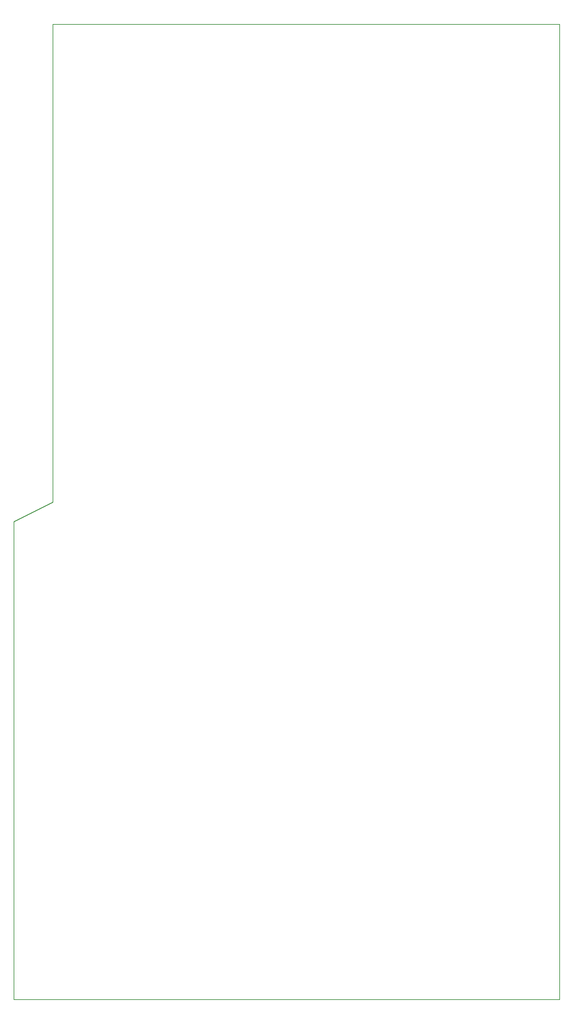
<source format=gbr>
%TF.GenerationSoftware,KiCad,Pcbnew,9.0.1-9.0.1-0~ubuntu24.04.1*%
%TF.CreationDate,2025-04-22T11:48:07+09:00*%
%TF.ProjectId,PSCE-TEST_TANG25K,50534345-2d54-4455-9354-5f54414e4732,rev?*%
%TF.SameCoordinates,Original*%
%TF.FileFunction,Profile,NP*%
%FSLAX46Y46*%
G04 Gerber Fmt 4.6, Leading zero omitted, Abs format (unit mm)*
G04 Created by KiCad (PCBNEW 9.0.1-9.0.1-0~ubuntu24.04.1) date 2025-04-22 11:48:07*
%MOMM*%
%LPD*%
G01*
G04 APERTURE LIST*
%TA.AperFunction,Profile*%
%ADD10C,0.050000*%
%TD*%
G04 APERTURE END LIST*
D10*
X88900000Y-99060000D02*
X88900000Y-36830000D01*
X154940000Y-163830000D02*
X83820000Y-163830000D01*
X83820000Y-163830000D02*
X83820000Y-101600000D01*
X154940000Y-36830000D02*
X154940000Y-163830000D01*
X88900000Y-36830000D02*
X154940000Y-36830000D01*
X83820000Y-101600000D02*
X88900000Y-99060000D01*
M02*

</source>
